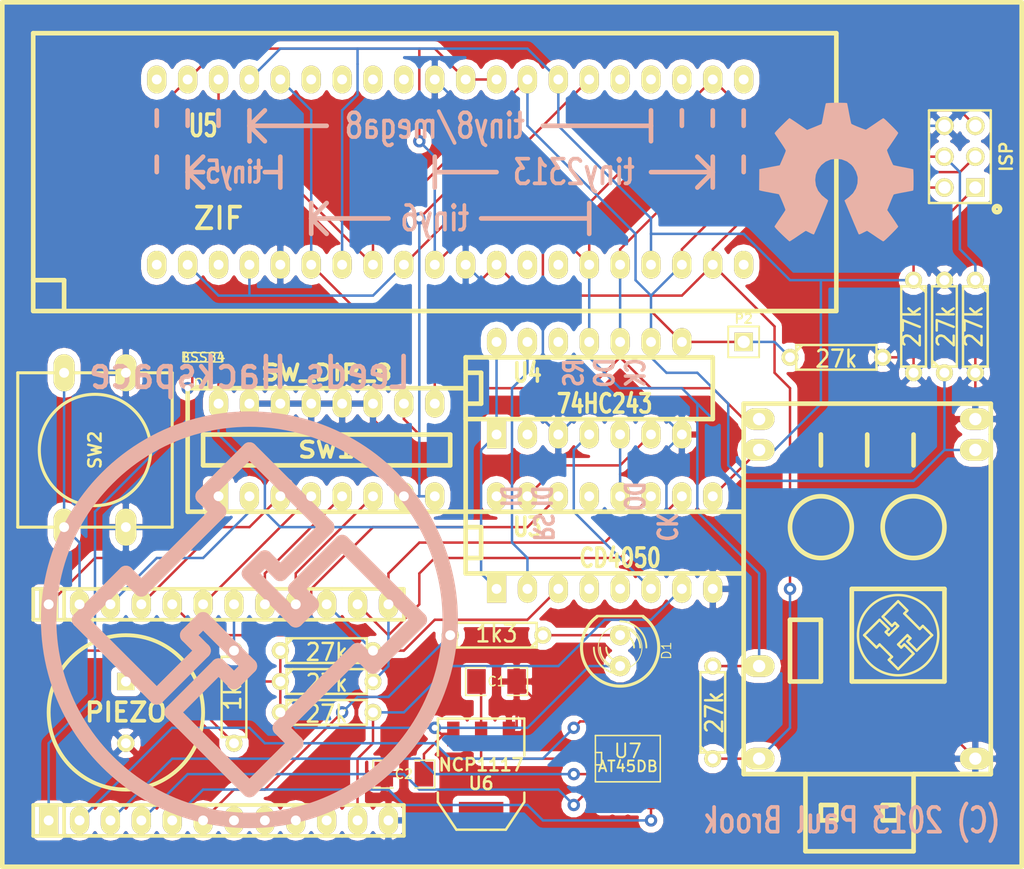
<source format=kicad_pcb>
(kicad_pcb (version 3) (host pcbnew "(2013-jul-07)-stable")
  (layers (15 Front signal) (0 Back signal) (18 B.Paste user) (19 F.Paste user) (20 B.SilkS user) (21 F.SilkS user) (22 B.Mask user hide) (23 F.Mask user hide) (28 Edge.Cuts user))
  (net 0 "")
  (net 1 +3.3V)
  (net 2 +5V)
  (net 3 /CFG1)
  (net 4 /CFG2)
  (net 5 /CFG3)
  (net 6 /CFG4)
  (net 7 /CFG5)
  (net 8 /CFG6)
  (net 9 /MX)
  (net 10 /VCC)
  (net 11 GND)
  (net 12 MISO)
  (net 13 MOSI)
  (net 14 N-0000013)
  (net 15 N-0000014)
  (net 16 N-0000015)
  (net 17 N-0000016)
  (net 18 N-0000017)
  (net 19 N-0000019)
  (net 20 N-0000020)
  (net 21 N-0000024)
  (net 22 N-0000026)
  (net 23 N-0000027)
  (net 24 N-0000028)
  (net 25 N-0000029)
  (net 26 N-000003)
  (net 27 N-0000030)
  (net 28 N-0000052)
  (net 29 N-0000053)
  (net 30 N-0000054)
  (net 31 N-0000055)
  (net 32 RST)
  (net 33 SCK)
  (net 34 Vt)
  (net 35 XCK)
  (module LOGO (layer Back) (at 93.98 39.37)
    (fp_text reference G*** hide)
    (fp_text value LOGO hide)
  )
  (module LOGO_SMALL (layer Front) (at 99.06 77.47)
    (fp_text reference LOGO_SMALL hide)
    (fp_text value VAL** hide)
  )
  (module SIL-12-ELL (layer Front) (at 43.18 74.93)
    (fp_text reference U2 hide)
    (fp_text value MINIMUS hide)
    (pad 1 thru_hole rect (at -13.97 0) (size 1.5748 2.286) (drill 0.8128) (layers *.Cu *.Mask F.SilkS) (net 2 +5V))
    (pad 2 thru_hole oval (at -11.43 0) (size 1.5748 2.286) (drill 0.8128) (layers *.Cu *.Mask F.SilkS) (net 3 /CFG1))
    (pad 3 thru_hole oval (at -8.89 0) (size 1.5748 2.286) (drill 0.8128) (layers *.Cu *.Mask F.SilkS) (net 4 /CFG2))
    (pad 4 thru_hole oval (at -6.35 0) (size 1.5748 2.286) (drill 0.8128) (layers *.Cu *.Mask F.SilkS) (net 5 /CFG3))
    (pad 5 thru_hole oval (at -3.81 0) (size 1.5748 2.286) (drill 0.8128) (layers *.Cu *.Mask F.SilkS) (net 15 N-0000014))
    (pad 6 thru_hole oval (at -1.27 0) (size 1.5748 2.286) (drill 0.8128) (layers *.Cu *.Mask F.SilkS) (net 6 /CFG4))
    (pad 7 thru_hole oval (at 1.27 0) (size 1.5748 2.286) (drill 0.8128) (layers *.Cu *.Mask F.SilkS) (net 26 N-000003))
    (pad 8 thru_hole oval (at 3.81 0) (size 1.5748 2.286) (drill 0.8128) (layers *.Cu *.Mask F.SilkS) (net 7 /CFG5))
    (pad 9 thru_hole oval (at 6.35 0) (size 1.5748 2.286) (drill 0.8128) (layers *.Cu *.Mask F.SilkS) (net 8 /CFG6))
    (pad 10 thru_hole oval (at 8.89 0) (size 1.5748 2.286) (drill 0.8128) (layers *.Cu *.Mask F.SilkS) (net 31 N-0000055))
    (pad 11 thru_hole oval (at 11.43 0) (size 1.5748 2.286) (drill 0.8128) (layers *.Cu *.Mask F.SilkS) (net 27 N-0000030))
    (pad 12 thru_hole oval (at 13.97 0) (size 1.5748 2.286) (drill 0.8128) (layers *.Cu *.Mask F.SilkS) (net 16 N-0000015))
  )
  (module ZIF40-600 (layer Front) (at 60.96 39.37)
    (fp_text reference U5 (at -19.05 -3.81) (layer F.SilkS) (effects (font (size 1.778 1.143) (thickness 0.28702))))
    (fp_text value ZIF (at -17.78 3.81) (layer F.SilkS) (effects (font (size 1.778 1.778) (thickness 0.3048))))
    (pad 1 thru_hole oval (at -22.86 7.62) (size 1.5748 2.286) (drill 0.8128) (layers *.Cu *.Mask F.SilkS))
    (pad 2 thru_hole oval (at -20.32 7.62) (size 1.5748 2.286) (drill 0.8128) (layers *.Cu *.Mask F.SilkS) (net 32 RST))
    (pad 3 thru_hole oval (at -17.78 7.62) (size 1.5748 2.286) (drill 0.8128) (layers *.Cu *.Mask F.SilkS))
    (pad 4 thru_hole oval (at -15.24 7.62) (size 1.5748 2.286) (drill 0.8128) (layers *.Cu *.Mask F.SilkS) (net 32 RST))
    (pad 5 thru_hole oval (at -12.7 7.62) (size 1.5748 2.286) (drill 0.8128) (layers *.Cu *.Mask F.SilkS) (net 11 GND))
    (pad 6 thru_hole oval (at -10.16 7.62) (size 1.5748 2.286) (drill 0.8128) (layers *.Cu *.Mask F.SilkS) (net 13 MOSI))
    (pad 7 thru_hole oval (at -7.62 7.62) (size 1.5748 2.286) (drill 0.8128) (layers *.Cu *.Mask F.SilkS) (net 12 MISO))
    (pad 8 thru_hole oval (at -5.08 7.62) (size 1.5748 2.286) (drill 0.8128) (layers *.Cu *.Mask F.SilkS) (net 33 SCK))
    (pad 9 thru_hole oval (at -2.54 7.62) (size 1.5748 2.286) (drill 0.8128) (layers *.Cu *.Mask F.SilkS) (net 32 RST))
    (pad 10 thru_hole oval (at 0 7.62) (size 1.5748 2.286) (drill 0.8128) (layers *.Cu *.Mask F.SilkS) (net 34 Vt))
    (pad 11 thru_hole oval (at 2.54 7.62) (size 1.5748 2.286) (drill 0.8128) (layers *.Cu *.Mask F.SilkS) (net 11 GND))
    (pad 12 thru_hole oval (at 5.08 7.62) (size 1.5748 2.286) (drill 0.8128) (layers *.Cu *.Mask F.SilkS) (net 35 XCK))
    (pad 13 thru_hole oval (at 7.62 7.62) (size 1.5748 2.286) (drill 0.8128) (layers *.Cu *.Mask F.SilkS))
    (pad 14 thru_hole oval (at 10.16 7.62) (size 1.5748 2.286) (drill 0.8128) (layers *.Cu *.Mask F.SilkS))
    (pad 15 thru_hole oval (at 12.7 7.62) (size 1.5748 2.286) (drill 0.8128) (layers *.Cu *.Mask F.SilkS) (net 32 RST))
    (pad 16 thru_hole oval (at 15.24 7.62) (size 1.5748 2.286) (drill 0.8128) (layers *.Cu *.Mask F.SilkS) (net 13 MOSI))
    (pad 17 thru_hole oval (at 17.78 7.62) (size 1.5748 2.286) (drill 0.8128) (layers *.Cu *.Mask F.SilkS) (net 12 MISO))
    (pad 18 thru_hole oval (at 20.32 7.62) (size 1.5748 2.286) (drill 0.8128) (layers *.Cu *.Mask F.SilkS) (net 33 SCK))
    (pad 19 thru_hole oval (at 22.86 7.62) (size 1.5748 2.286) (drill 0.8128) (layers *.Cu *.Mask F.SilkS) (net 34 Vt))
    (pad 20 thru_hole oval (at 25.4 7.62) (size 1.5748 2.286) (drill 0.8128) (layers *.Cu *.Mask F.SilkS))
    (pad 21 thru_hole oval (at 25.4 -7.62) (size 1.5748 2.286) (drill 0.8128) (layers *.Cu *.Mask F.SilkS))
    (pad 22 thru_hole oval (at 22.86 -7.62) (size 1.5748 2.286) (drill 0.8128) (layers *.Cu *.Mask F.SilkS) (net 32 RST))
    (pad 23 thru_hole oval (at 20.32 -7.62) (size 1.5748 2.286) (drill 0.8128) (layers *.Cu *.Mask F.SilkS))
    (pad 24 thru_hole oval (at 17.78 -7.62) (size 1.5748 2.286) (drill 0.8128) (layers *.Cu *.Mask F.SilkS))
    (pad 25 thru_hole oval (at 15.24 -7.62) (size 1.5748 2.286) (drill 0.8128) (layers *.Cu *.Mask F.SilkS))
    (pad 26 thru_hole oval (at 12.7 -7.62) (size 1.5748 2.286) (drill 0.8128) (layers *.Cu *.Mask F.SilkS) (net 9 /MX))
    (pad 27 thru_hole oval (at 10.16 -7.62) (size 1.5748 2.286) (drill 0.8128) (layers *.Cu *.Mask F.SilkS) (net 12 MISO))
    (pad 28 thru_hole oval (at 7.62 -7.62) (size 1.5748 2.286) (drill 0.8128) (layers *.Cu *.Mask F.SilkS) (net 33 SCK))
    (pad 29 thru_hole oval (at 5.08 -7.62) (size 1.5748 2.286) (drill 0.8128) (layers *.Cu *.Mask F.SilkS) (net 34 Vt))
    (pad 30 thru_hole oval (at 2.54 -7.62) (size 1.5748 2.286) (drill 0.8128) (layers *.Cu *.Mask F.SilkS) (net 34 Vt))
    (pad 31 thru_hole oval (at 0 -7.62) (size 1.5748 2.286) (drill 0.8128) (layers *.Cu *.Mask F.SilkS) (net 11 GND))
    (pad 32 thru_hole oval (at -2.54 -7.62) (size 1.5748 2.286) (drill 0.8128) (layers *.Cu *.Mask F.SilkS))
    (pad 33 thru_hole oval (at -5.08 -7.62) (size 1.5748 2.286) (drill 0.8128) (layers *.Cu *.Mask F.SilkS))
    (pad 34 thru_hole oval (at -7.62 -7.62) (size 1.5748 2.286) (drill 0.8128) (layers *.Cu *.Mask F.SilkS))
    (pad 35 thru_hole oval (at -10.16 -7.62) (size 1.5748 2.286) (drill 0.8128) (layers *.Cu *.Mask F.SilkS))
    (pad 36 thru_hole oval (at -12.7 -7.62) (size 1.5748 2.286) (drill 0.8128) (layers *.Cu *.Mask F.SilkS) (net 13 MOSI))
    (pad 37 thru_hole oval (at -15.24 -7.62) (size 1.5748 2.286) (drill 0.8128) (layers *.Cu *.Mask F.SilkS) (net 12 MISO))
    (pad 38 thru_hole oval (at -17.78 -7.62) (size 1.5748 2.286) (drill 0.8128) (layers *.Cu *.Mask F.SilkS) (net 33 SCK))
    (pad 39 thru_hole oval (at -20.32 -7.62) (size 1.5748 2.286) (drill 0.8128) (layers *.Cu *.Mask F.SilkS) (net 34 Vt))
    (pad 40 thru_hole oval (at -22.86 -7.62) (size 1.5748 2.286) (drill 0.8128) (layers *.Cu *.Mask F.SilkS))
  )
  (module SWDIP8 (layer Front) (at 52.07 62.23)
    (fp_text reference SW1 (at 0 0) (layer F.SilkS) (effects (font (size 1.27 1.524) (thickness 0.3048))))
    (fp_text value SW_DIP_8 (at 0 -6.35) (layer F.SilkS) (effects (font (size 1.27 1.524) (thickness 0.3048))))
    (pad 1 thru_hole rect (at -8.89 3.81) (size 1.5748 2.286) (drill 0.8128) (layers *.Cu *.Mask F.SilkS) (net 2 +5V))
    (pad 2 thru_hole oval (at -6.35 3.81) (size 1.5748 2.286) (drill 0.8128) (layers *.Cu *.Mask F.SilkS) (net 4 /CFG2))
    (pad 3 thru_hole oval (at -3.81 3.81) (size 1.5748 2.286) (drill 0.8128) (layers *.Cu *.Mask F.SilkS) (net 5 /CFG3))
    (pad 4 thru_hole oval (at -1.27 3.81) (size 1.5748 2.286) (drill 0.8128) (layers *.Cu *.Mask F.SilkS) (net 6 /CFG4))
    (pad 5 thru_hole oval (at 1.27 3.81) (size 1.5748 2.286) (drill 0.8128) (layers *.Cu *.Mask F.SilkS) (net 7 /CFG5))
    (pad 6 thru_hole oval (at 3.81 3.81) (size 1.5748 2.286) (drill 0.8128) (layers *.Cu *.Mask F.SilkS) (net 8 /CFG6))
    (pad 7 thru_hole oval (at 6.35 3.81) (size 1.5748 2.286) (drill 0.8128) (layers *.Cu *.Mask F.SilkS) (net 9 /MX))
    (pad 8 thru_hole oval (at 8.89 3.81) (size 1.5748 2.286) (drill 0.8128) (layers *.Cu *.Mask F.SilkS) (net 9 /MX))
    (pad 9 thru_hole oval (at 8.89 -3.81) (size 1.5748 2.286) (drill 0.8128) (layers *.Cu *.Mask F.SilkS) (net 35 XCK))
    (pad 10 thru_hole oval (at 6.35 -3.81) (size 1.5748 2.286) (drill 0.8128) (layers *.Cu *.Mask F.SilkS) (net 13 MOSI))
    (pad 11 thru_hole oval (at 3.81 -3.81) (size 1.5748 2.286) (drill 0.8128) (layers *.Cu *.Mask F.SilkS) (net 11 GND))
    (pad 12 thru_hole oval (at 1.27 -3.81) (size 1.5748 2.286) (drill 0.8128) (layers *.Cu *.Mask F.SilkS) (net 11 GND))
    (pad 13 thru_hole oval (at -1.27 -3.81) (size 1.5748 2.286) (drill 0.8128) (layers *.Cu *.Mask F.SilkS) (net 11 GND))
    (pad 14 thru_hole oval (at -3.81 -3.81) (size 1.5748 2.286) (drill 0.8128) (layers *.Cu *.Mask F.SilkS) (net 11 GND))
    (pad 15 thru_hole oval (at -6.35 -3.81) (size 1.5748 2.286) (drill 0.8128) (layers *.Cu *.Mask F.SilkS) (net 11 GND))
    (pad 16 thru_hole oval (at -8.89 -3.81) (size 1.5748 2.286) (drill 0.8128) (layers *.Cu *.Mask F.SilkS) (net 10 /VCC))
  )
  (module HACKSPACE_LOGO (layer Back) (at 45.72 76.2)
    (fp_text reference HACKSPACE_LOGO hide)
    (fp_text value VAL** hide)
  )
  (module pin_array_3x2 (layer Front) (at 104.14 38.1 90)
    (fp_text reference P1 hide)
    (fp_text value ISP (at 0 3.81 90) (layer F.SilkS) (effects (font (size 1.016 1.016) (thickness 0.2032))))
    (pad 1 thru_hole rect (at -2.54 1.27 90) (size 1.524 1.524) (drill 1.016) (layers *.Cu *.Mask F.SilkS) (net 12 MISO))
    (pad 2 thru_hole circle (at -2.54 -1.27 90) (size 1.524 1.524) (drill 1.016) (layers *.Cu *.Mask F.SilkS) (net 34 Vt))
    (pad 3 thru_hole circle (at 0 1.27 90) (size 1.524 1.524) (drill 1.016) (layers *.Cu *.Mask F.SilkS) (net 33 SCK))
    (pad 4 thru_hole circle (at 0 -1.27 90) (size 1.524 1.524) (drill 1.016) (layers *.Cu *.Mask F.SilkS) (net 13 MOSI))
    (pad 5 thru_hole circle (at 2.54 1.27 90) (size 1.524 1.524) (drill 1.016) (layers *.Cu *.Mask F.SilkS) (net 32 RST))
    (pad 6 thru_hole circle (at 2.54 -1.27 90) (size 1.524 1.524) (drill 1.016) (layers *.Cu *.Mask F.SilkS) (net 11 GND))
  )
  (module BUZ3-5 (layer Front) (at 35.56 83.82 270)
    (fp_text reference X1 hide)
    (fp_text value PIEZO (at 0 0 360) (layer F.SilkS) (effects (font (size 1.524 1.524) (thickness 0.3048))))
    (pad 1 thru_hole rect (at -2.54 0 270) (size 1.4224 1.4224) (drill 0.8128) (layers *.Cu *.Mask F.SilkS) (net 28 N-0000052))
    (pad 2 thru_hole circle (at 2.54 0 270) (size 1.4224 1.4224) (drill 0.8128) (layers *.Cu *.Mask F.SilkS) (net 11 GND))
  )
  (module R3 (layer Front) (at 52.07 78.74)
    (fp_text reference R1 hide)
    (fp_text value 27k (at 0 0.127) (layer F.SilkS) (effects (font (size 1.397 1.27) (thickness 0.2032))))
    (pad 1 thru_hole circle (at -3.81 0) (size 1.397 1.397) (drill 0.8128) (layers *.Cu *.Mask F.SilkS) (net 2 +5V))
    (pad 2 thru_hole circle (at 3.81 0) (size 1.397 1.397) (drill 0.8128) (layers *.Cu *.Mask F.SilkS) (net 31 N-0000055))
  )
  (module R3 (layer Front) (at 52.07 81.28)
    (fp_text reference R2 hide)
    (fp_text value 27k (at 0 0.127) (layer F.SilkS) (effects (font (size 1.397 1.27) (thickness 0.2032))))
    (pad 1 thru_hole circle (at -3.81 0) (size 1.397 1.397) (drill 0.8128) (layers *.Cu *.Mask F.SilkS) (net 2 +5V))
    (pad 2 thru_hole circle (at 3.81 0) (size 1.397 1.397) (drill 0.8128) (layers *.Cu *.Mask F.SilkS) (net 16 N-0000015))
  )
  (module R3 (layer Front) (at 52.07 83.82)
    (fp_text reference R3 hide)
    (fp_text value 27k (at 0 0.127) (layer F.SilkS) (effects (font (size 1.397 1.27) (thickness 0.2032))))
    (pad 1 thru_hole circle (at -3.81 0) (size 1.397 1.397) (drill 0.8128) (layers *.Cu *.Mask F.SilkS) (net 2 +5V))
    (pad 2 thru_hole circle (at 3.81 0) (size 1.397 1.397) (drill 0.8128) (layers *.Cu *.Mask F.SilkS) (net 30 N-0000054))
  )
  (module R3 (layer Front) (at 44.45 82.55 270)
    (fp_text reference R4 hide)
    (fp_text value 1k (at 0 0.127 270) (layer F.SilkS) (effects (font (size 1.397 1.27) (thickness 0.2032))))
    (pad 1 thru_hole circle (at -3.81 0 270) (size 1.397 1.397) (drill 0.8128) (layers *.Cu *.Mask F.SilkS) (net 26 N-000003))
    (pad 2 thru_hole circle (at 3.81 0 270) (size 1.397 1.397) (drill 0.8128) (layers *.Cu *.Mask F.SilkS) (net 28 N-0000052))
  )
  (module SM1206 (layer Front) (at 66.04 81.28)
    (fp_text reference C1 (at 0 0) (layer F.SilkS) (effects (font (size 0.762 0.762) (thickness 0.127))))
    (fp_text value 10u hide)
    (pad 1 smd rect (at -1.651 0) (size 1.524 2.032) (layers Front F.Paste F.Mask) (net 1 +3.3V))
    (pad 2 smd rect (at 1.651 0) (size 1.524 2.032) (layers Front F.Paste F.Mask) (net 11 GND))
  )
  (module POGO (layer Front) (at 87.63 87.63)
    (fp_text reference TP24 hide)
    (fp_text value CONN_1 hide)
    (pad 1 thru_hole oval (at 0 0 90) (size 1.778 2.54) (drill 1.016) (layers *.Cu *.Mask F.SilkS) (net 34 Vt))
  )
  (module POGO (layer Front) (at 87.63 80.01)
    (fp_text reference TP21 hide)
    (fp_text value CONN_1 hide)
    (pad 1 thru_hole oval (at 0 0 90) (size 1.778 2.54) (drill 1.016) (layers *.Cu *.Mask F.SilkS) (net 32 RST))
  )
  (module POGO (layer Front) (at 87.63 62.23)
    (fp_text reference TP13 hide)
    (fp_text value CONN_1 hide)
    (pad 1 thru_hole oval (at 0 0 90) (size 1.778 2.54) (drill 1.016) (layers *.Cu *.Mask F.SilkS) (net 12 MISO))
  )
  (module POGO (layer Front) (at 87.63 59.69)
    (fp_text reference TP12 hide)
    (fp_text value CONN_1 hide)
    (pad 1 thru_hole oval (at 0 0 90) (size 1.778 2.54) (drill 1.016) (layers *.Cu *.Mask F.SilkS) (net 13 MOSI))
  )
  (module POGO (layer Front) (at 105.41 59.69)
    (fp_text reference TP11 hide)
    (fp_text value CONN_1 hide)
    (pad 1 thru_hole oval (at 0 0 90) (size 1.778 2.54) (drill 1.016) (layers *.Cu *.Mask F.SilkS) (net 11 GND))
  )
  (module POGO (layer Front) (at 105.41 62.23)
    (fp_text reference TP10 hide)
    (fp_text value CONN_1 hide)
    (pad 1 thru_hole oval (at 0 0 90) (size 1.778 2.54) (drill 1.016) (layers *.Cu *.Mask F.SilkS) (net 33 SCK))
  )
  (module POGO (layer Front) (at 105.41 87.63)
    (fp_text reference TP1 hide)
    (fp_text value CONN_1 hide)
    (pad 1 thru_hole oval (at 0 0 90) (size 1.778 2.54) (drill 1.016) (layers *.Cu *.Mask F.SilkS) (net 11 GND))
  )
  (module R3 (layer Front) (at 83.82 83.82 90)
    (fp_text reference R5 hide)
    (fp_text value 27k (at 0 0.127 90) (layer F.SilkS) (effects (font (size 1.397 1.27) (thickness 0.2032))))
    (pad 1 thru_hole circle (at -3.81 0 90) (size 1.397 1.397) (drill 0.8128) (layers *.Cu *.Mask F.SilkS) (net 34 Vt))
    (pad 2 thru_hole circle (at 3.81 0 90) (size 1.397 1.397) (drill 0.8128) (layers *.Cu *.Mask F.SilkS) (net 32 RST))
  )
  (module SOT23GDS (layer Front) (at 41.91 54.61 180)
    (fp_text reference Q1 (at 0 -2.159 180) (layer F.SilkS) (effects (font (size 0.762 0.762) (thickness 0.12954))))
    (fp_text value BSS84 (at 0 0 180) (layer F.SilkS) (effects (font (size 0.762 0.762) (thickness 0.12954))))
    (pad S smd rect (at -0.889 -1.016 180) (size 0.9144 0.9144) (layers Front F.Paste F.Mask) (net 10 /VCC))
    (pad G smd rect (at 0.889 -1.016 180) (size 0.9144 0.9144) (layers Front F.Paste F.Mask) (net 17 N-0000016))
    (pad D smd rect (at 0 1.016 180) (size 0.9144 0.9144) (layers Front F.Paste F.Mask) (net 34 Vt))
  )
  (module R3 (layer Front) (at 105.41 52.07 270)
    (fp_text reference R6 hide)
    (fp_text value 27k (at 0 0.127 270) (layer F.SilkS) (effects (font (size 1.397 1.27) (thickness 0.2032))))
    (pad 1 thru_hole circle (at -3.81 0 270) (size 1.397 1.397) (drill 0.8128) (layers *.Cu *.Mask F.SilkS) (net 13 MOSI))
    (pad 2 thru_hole circle (at 3.81 0 270) (size 1.397 1.397) (drill 0.8128) (layers *.Cu *.Mask F.SilkS) (net 11 GND))
  )
  (module R3 (layer Front) (at 102.87 52.07 90)
    (fp_text reference R7 hide)
    (fp_text value 27k (at 0 0.127 90) (layer F.SilkS) (effects (font (size 1.397 1.27) (thickness 0.2032))))
    (pad 1 thru_hole circle (at -3.81 0 90) (size 1.397 1.397) (drill 0.8128) (layers *.Cu *.Mask F.SilkS) (net 33 SCK))
    (pad 2 thru_hole circle (at 3.81 0 90) (size 1.397 1.397) (drill 0.8128) (layers *.Cu *.Mask F.SilkS) (net 11 GND))
  )
  (module R3 (layer Front) (at 100.33 52.07 270)
    (fp_text reference R8 hide)
    (fp_text value 27k (at 0 0.127 270) (layer F.SilkS) (effects (font (size 1.397 1.27) (thickness 0.2032))))
    (pad 1 thru_hole circle (at -3.81 0 270) (size 1.397 1.397) (drill 0.8128) (layers *.Cu *.Mask F.SilkS) (net 12 MISO))
    (pad 2 thru_hole circle (at 3.81 0 270) (size 1.397 1.397) (drill 0.8128) (layers *.Cu *.Mask F.SilkS) (net 11 GND))
  )
  (module SOT223 (layer Front) (at 64.77 88.9 180)
    (fp_text reference U6 (at 0 -0.762 180) (layer F.SilkS) (effects (font (size 1.016 1.016) (thickness 0.2032))))
    (fp_text value NCP1117 (at 0 0.762 180) (layer F.SilkS) (effects (font (size 1.016 1.016) (thickness 0.2032))))
    (pad 4 smd rect (at 0 -3.302 180) (size 3.6576 2.032) (layers Front F.Paste F.Mask))
    (pad 2 smd rect (at 0 3.302 180) (size 1.016 2.032) (layers Front F.Paste F.Mask) (net 1 +3.3V))
    (pad 3 smd rect (at 2.286 3.302 180) (size 1.016 2.032) (layers Front F.Paste F.Mask) (net 2 +5V))
    (pad 1 smd rect (at -2.286 3.302 180) (size 1.016 2.032) (layers Front F.Paste F.Mask) (net 11 GND))
  )
  (module SO8-2 (layer Front) (at 76.2 87.63)
    (fp_text reference U7 (at 0.635 -0.635) (layer F.SilkS) (effects (font (size 1.143 1.143) (thickness 0.1524))))
    (fp_text value AT45DB (at 0.635 0.635) (layer F.SilkS) (effects (font (size 0.889 0.889) (thickness 0.1524))))
    (pad 8 smd rect (at -1.27 -3.067) (size 0.59944 2.2) (layers Front F.Paste F.Mask) (net 20 N-0000020))
    (pad 1 smd rect (at -1.27 3.067) (size 0.59944 2.2) (layers Front F.Paste F.Mask) (net 18 N-0000017))
    (pad 7 smd rect (at 0 -3.067) (size 0.59944 2.2) (layers Front F.Paste F.Mask) (net 11 GND))
    (pad 6 smd rect (at 1.27 -3.067) (size 0.59944 2.2) (layers Front F.Paste F.Mask) (net 1 +3.3V))
    (pad 5 smd rect (at 2.54 -3.067) (size 0.59944 2.2) (layers Front F.Paste F.Mask) (net 1 +3.3V))
    (pad 2 smd rect (at 0 3.067) (size 0.59944 2.2) (layers Front F.Paste F.Mask) (net 25 N-0000029))
    (pad 3 smd rect (at 1.27 3.067) (size 0.59944 2.2) (layers Front F.Paste F.Mask) (net 1 +3.3V))
    (pad 4 smd rect (at 2.54 3.067) (size 0.59944 2.2) (layers Front F.Paste F.Mask) (net 19 N-0000019))
  )
  (module SM1206 (layer Front) (at 58.42 88.9 180)
    (fp_text reference C2 (at 0 0 180) (layer F.SilkS) (effects (font (size 0.762 0.762) (thickness 0.127))))
    (fp_text value 10u hide)
    (pad 1 smd rect (at -1.651 0 180) (size 1.524 2.032) (layers Front F.Paste F.Mask) (net 2 +5V))
    (pad 2 smd rect (at 1.651 0 180) (size 1.524 2.032) (layers Front F.Paste F.Mask) (net 11 GND))
  )
  (module DIP-16__300_ELL (layer Front) (at 74.93 69.85)
    (fp_text reference U3 (at -6.35 -1.27) (layer F.SilkS) (effects (font (size 1.524 1.143) (thickness 0.3048))))
    (fp_text value CD4050 (at 1.27 1.27) (layer F.SilkS) (effects (font (size 1.524 1.143) (thickness 0.3048))))
    (pad 1 thru_hole rect (at -8.89 3.81) (size 1.5748 2.286) (drill 0.8128) (layers *.Cu *.Mask F.SilkS) (net 10 /VCC))
    (pad 2 thru_hole oval (at -6.35 3.81) (size 1.5748 2.286) (drill 0.8128) (layers *.Cu *.Mask F.SilkS) (net 29 N-0000053))
    (pad 3 thru_hole oval (at -3.81 3.81) (size 1.5748 2.286) (drill 0.8128) (layers *.Cu *.Mask F.SilkS) (net 31 N-0000055))
    (pad 4 thru_hole oval (at -1.27 3.81) (size 1.5748 2.286) (drill 0.8128) (layers *.Cu *.Mask F.SilkS))
    (pad 5 thru_hole oval (at 1.27 3.81) (size 1.5748 2.286) (drill 0.8128) (layers *.Cu *.Mask F.SilkS))
    (pad 6 thru_hole oval (at 3.81 3.81) (size 1.5748 2.286) (drill 0.8128) (layers *.Cu *.Mask F.SilkS) (net 14 N-0000013))
    (pad 7 thru_hole oval (at 6.35 3.81) (size 1.5748 2.286) (drill 0.8128) (layers *.Cu *.Mask F.SilkS) (net 30 N-0000054))
    (pad 8 thru_hole oval (at 8.89 3.81) (size 1.5748 2.286) (drill 0.8128) (layers *.Cu *.Mask F.SilkS) (net 11 GND))
    (pad 9 thru_hole oval (at 8.89 -3.81) (size 1.5748 2.286) (drill 0.8128) (layers *.Cu *.Mask F.SilkS) (net 12 MISO))
    (pad 10 thru_hole oval (at 6.35 -3.81) (size 1.5748 2.286) (drill 0.8128) (layers *.Cu *.Mask F.SilkS) (net 27 N-0000030))
    (pad 11 thru_hole oval (at 3.81 -3.81) (size 1.5748 2.286) (drill 0.8128) (layers *.Cu *.Mask F.SilkS) (net 16 N-0000015))
    (pad 12 thru_hole oval (at 1.27 -3.81) (size 1.5748 2.286) (drill 0.8128) (layers *.Cu *.Mask F.SilkS) (net 24 N-0000028))
    (pad 13 thru_hole oval (at -1.27 -3.81) (size 1.5748 2.286) (drill 0.8128) (layers *.Cu *.Mask F.SilkS))
    (pad 14 thru_hole oval (at -3.81 -3.81) (size 1.5748 2.286) (drill 0.8128) (layers *.Cu *.Mask F.SilkS) (net 15 N-0000014))
    (pad 15 thru_hole oval (at -6.35 -3.81) (size 1.5748 2.286) (drill 0.8128) (layers *.Cu *.Mask F.SilkS) (net 23 N-0000027))
    (pad 16 thru_hole oval (at -8.89 -3.81) (size 1.5748 2.286) (drill 0.8128) (layers *.Cu *.Mask F.SilkS))
  )
  (module DIP-14__300_ELL (layer Front) (at 73.66 57.15)
    (fp_text reference U4 (at -5.08 -1.27) (layer F.SilkS) (effects (font (size 1.524 1.143) (thickness 0.3048))))
    (fp_text value 74HC243 (at 1.27 1.27) (layer F.SilkS) (effects (font (size 1.524 1.143) (thickness 0.3048))))
    (pad 1 thru_hole rect (at -7.62 3.81) (size 1.5748 2.286) (drill 0.8128) (layers *.Cu *.Mask F.SilkS) (net 10 /VCC))
    (pad 2 thru_hole oval (at -5.08 3.81) (size 1.5748 2.286) (drill 0.8128) (layers *.Cu *.Mask F.SilkS))
    (pad 3 thru_hole oval (at -2.54 3.81) (size 1.5748 2.286) (drill 0.8128) (layers *.Cu *.Mask F.SilkS) (net 11 GND))
    (pad 4 thru_hole oval (at 0 3.81) (size 1.5748 2.286) (drill 0.8128) (layers *.Cu *.Mask F.SilkS) (net 14 N-0000013))
    (pad 5 thru_hole oval (at 2.54 3.81) (size 1.5748 2.286) (drill 0.8128) (layers *.Cu *.Mask F.SilkS) (net 24 N-0000028))
    (pad 6 thru_hole oval (at 5.08 3.81) (size 1.5748 2.286) (drill 0.8128) (layers *.Cu *.Mask F.SilkS) (net 23 N-0000027))
    (pad 7 thru_hole oval (at 7.62 3.81) (size 1.5748 2.286) (drill 0.8128) (layers *.Cu *.Mask F.SilkS) (net 11 GND))
    (pad 8 thru_hole oval (at 7.62 -3.81) (size 1.5748 2.286) (drill 0.8128) (layers *.Cu *.Mask F.SilkS) (net 35 XCK))
    (pad 9 thru_hole oval (at 5.08 -3.81) (size 1.5748 2.286) (drill 0.8128) (layers *.Cu *.Mask F.SilkS) (net 33 SCK))
    (pad 10 thru_hole oval (at 2.54 -3.81) (size 1.5748 2.286) (drill 0.8128) (layers *.Cu *.Mask F.SilkS) (net 13 MOSI))
    (pad 11 thru_hole oval (at 0 -3.81) (size 1.5748 2.286) (drill 0.8128) (layers *.Cu *.Mask F.SilkS) (net 32 RST))
    (pad 12 thru_hole oval (at -2.54 -3.81) (size 1.5748 2.286) (drill 0.8128) (layers *.Cu *.Mask F.SilkS))
    (pad 13 thru_hole oval (at -5.08 -3.81) (size 1.5748 2.286) (drill 0.8128) (layers *.Cu *.Mask F.SilkS) (net 29 N-0000053))
    (pad 14 thru_hole oval (at -7.62 -3.81) (size 1.5748 2.286) (drill 0.8128) (layers *.Cu *.Mask F.SilkS) (net 10 /VCC))
  )
  (module SIL-12-ELL (layer Front) (at 43.18 92.71)
    (fp_text reference U1 hide)
    (fp_text value MINIMUS hide)
    (pad 1 thru_hole rect (at -13.97 0) (size 1.5748 2.286) (drill 0.8128) (layers *.Cu *.Mask F.SilkS) (net 17 N-0000016))
    (pad 2 thru_hole oval (at -11.43 0) (size 1.5748 2.286) (drill 0.8128) (layers *.Cu *.Mask F.SilkS) (net 20 N-0000020))
    (pad 3 thru_hole oval (at -8.89 0) (size 1.5748 2.286) (drill 0.8128) (layers *.Cu *.Mask F.SilkS) (net 25 N-0000029))
    (pad 4 thru_hole oval (at -6.35 0) (size 1.5748 2.286) (drill 0.8128) (layers *.Cu *.Mask F.SilkS) (net 18 N-0000017))
    (pad 5 thru_hole oval (at -3.81 0) (size 1.5748 2.286) (drill 0.8128) (layers *.Cu *.Mask F.SilkS) (net 19 N-0000019))
    (pad 6 thru_hole oval (at -1.27 0) (size 1.5748 2.286) (drill 0.8128) (layers *.Cu *.Mask F.SilkS) (net 22 N-0000026))
    (pad 7 thru_hole oval (at 1.27 0) (size 1.5748 2.286) (drill 0.8128) (layers *.Cu *.Mask F.SilkS))
    (pad 8 thru_hole oval (at 3.81 0) (size 1.5748 2.286) (drill 0.8128) (layers *.Cu *.Mask F.SilkS))
    (pad 9 thru_hole oval (at 6.35 0) (size 1.5748 2.286) (drill 0.8128) (layers *.Cu *.Mask F.SilkS))
    (pad 10 thru_hole oval (at 8.89 0) (size 1.5748 2.286) (drill 0.8128) (layers *.Cu *.Mask F.SilkS))
    (pad 11 thru_hole oval (at 11.43 0) (size 1.5748 2.286) (drill 0.8128) (layers *.Cu *.Mask F.SilkS) (net 30 N-0000054))
    (pad 12 thru_hole oval (at 13.97 0) (size 1.5748 2.286) (drill 0.8128) (layers *.Cu *.Mask F.SilkS) (net 11 GND))
  )
  (module R3 (layer Front) (at 93.98 54.61)
    (fp_text reference R9 hide)
    (fp_text value 27k (at 0 0.127) (layer F.SilkS) (effects (font (size 1.397 1.27) (thickness 0.2032))))
    (pad 1 thru_hole circle (at -3.81 0) (size 1.397 1.397) (drill 0.8128) (layers *.Cu *.Mask F.SilkS) (net 35 XCK))
    (pad 2 thru_hole circle (at 3.81 0) (size 1.397 1.397) (drill 0.8128) (layers *.Cu *.Mask F.SilkS) (net 11 GND))
  )
  (module R3 (layer Front) (at 66.04 77.47 180)
    (fp_text reference R10 hide)
    (fp_text value 1k3 (at 0 0.127 180) (layer F.SilkS) (effects (font (size 1.397 1.27) (thickness 0.2032))))
    (pad 1 thru_hole circle (at -3.81 0 180) (size 1.397 1.397) (drill 0.8128) (layers *.Cu *.Mask F.SilkS) (net 21 N-0000024))
    (pad 2 thru_hole circle (at 3.81 0 180) (size 1.397 1.397) (drill 0.8128) (layers *.Cu *.Mask F.SilkS) (net 22 N-0000026))
  )
  (module LED-5MM (layer Front) (at 76.2 78.74 90)
    (fp_text reference D1 (at 0 3.81 90) (layer F.SilkS) (effects (font (size 0.762 0.762) (thickness 0.0889))))
    (fp_text value LED hide)
    (pad 1 thru_hole circle (at -1.27 0 90) (size 1.6764 1.6764) (drill 0.8128) (layers *.Cu *.Mask F.SilkS) (net 2 +5V))
    (pad 2 thru_hole circle (at 1.27 0 90) (size 1.6764 1.6764) (drill 0.8128) (layers *.Cu *.Mask F.SilkS) (net 21 N-0000024))
  )
  (module PIN_ARRAY_1 (layer Front) (at 86.36 53.34)
    (fp_text reference P2 (at 0 -1.905) (layer F.SilkS) (effects (font (size 0.762 0.762) (thickness 0.1524))))
    (fp_text value CONN_1 hide)
    (pad 1 thru_hole rect (at 0 0) (size 1.524 1.524) (drill 1.016) (layers *.Cu *.Mask F.SilkS) (net 35 XCK))
  )
  (module SW_PUSH-12mm (layer Front) (at 33.02 62.23 90)
    (fp_text reference SW2 (at 0 0 90) (layer F.SilkS) (effects (font (size 1.016 1.016) (thickness 0.2032))))
    (fp_text value SW_PUSH hide)
    (pad 1 thru_hole oval (at 6.35 -2.54 90) (size 3.048 1.7272) (drill 0.8128) (layers *.Cu *.Mask F.SilkS) (net 3 /CFG1))
    (pad 2 thru_hole oval (at 6.35 2.54 90) (size 3.048 1.7272) (drill 0.8128) (layers *.Cu *.Mask F.SilkS) (net 11 GND))
    (pad 1 thru_hole oval (at -6.35 -2.54 90) (size 3.048 1.7272) (drill 0.8128) (layers *.Cu *.Mask F.SilkS) (net 3 /CFG1))
    (pad 2 thru_hole oval (at -6.35 2.54 90) (size 3.048 1.7272) (drill 0.8128) (layers *.Cu *.Mask F.SilkS) (net 11 GND))
  )
  (gr_text "(C) 2013 Paul Brook" (at 95.25 92.71) (layer B.SilkS) (effects (font (size 2.032 1.524) (thickness 0.3048)) (justify mirror)))
  (gr_text "Leeds Hackspace" (at 45.72 55.88) (layer B.SilkS) (effects (font (size 2.54 2.032) (thickness 0.381)) (justify mirror)))
  (gr_line (start 91.44 95.25) (end 91.44 88.9) (angle 90) (layer F.SilkS) (width 0.381))
  (gr_line (start 100.33 88.9) (end 100.33 95.25) (angle 90) (layer F.SilkS) (width 0.381))
  (gr_line (start 100.33 95.25) (end 91.44 95.25) (angle 90) (layer F.SilkS) (width 0.381))
  (gr_line (start 106.68 88.9) (end 100.33 88.9) (angle 90) (layer F.SilkS) (width 0.381))
  (gr_line (start 86.36 88.9) (end 106.68 88.9) (angle 90) (layer F.SilkS) (width 0.381))
  (gr_line (start 48.26 39.37) (end 46.99 39.37) (angle 90) (layer B.SilkS) (width 0.381))
  (gr_line (start 48.26 40.64) (end 48.26 38.1) (angle 90) (layer B.SilkS) (width 0.381))
  (gr_line (start 92.71 60.96) (end 92.71 63.5) (angle 90) (layer F.SilkS) (width 0.381))
  (gr_line (start 100.33 60.96) (end 100.33 63.5) (angle 90) (layer F.SilkS) (width 0.381))
  (gr_line (start 96.52 60.96) (end 96.52 63.5) (angle 90) (layer F.SilkS) (width 0.381))
  (gr_line (start 99.06 91.44) (end 99.06 92.71) (angle 90) (layer F.SilkS) (width 0.381))
  (gr_line (start 97.79 91.44) (end 99.06 91.44) (angle 90) (layer F.SilkS) (width 0.381))
  (gr_line (start 97.79 92.71) (end 97.79 91.44) (angle 90) (layer F.SilkS) (width 0.381))
  (gr_line (start 93.98 91.44) (end 93.98 92.71) (angle 90) (layer F.SilkS) (width 0.381))
  (gr_line (start 92.71 91.44) (end 93.98 91.44) (angle 90) (layer F.SilkS) (width 0.381))
  (gr_line (start 92.71 91.44) (end 92.71 92.71) (angle 90) (layer F.SilkS) (width 0.381))
  (gr_line (start 90.17 76.2) (end 90.17 81.28) (angle 90) (layer F.SilkS) (width 0.381))
  (gr_line (start 92.71 76.2) (end 90.17 76.2) (angle 90) (layer F.SilkS) (width 0.381))
  (gr_line (start 92.71 81.28) (end 92.71 76.2) (angle 90) (layer F.SilkS) (width 0.381))
  (gr_line (start 102.87 73.66) (end 102.87 81.28) (angle 90) (layer F.SilkS) (width 0.381))
  (gr_line (start 95.25 81.28) (end 102.87 81.28) (angle 90) (layer F.SilkS) (width 0.381))
  (gr_line (start 95.25 73.66) (end 95.25 81.28) (angle 90) (layer F.SilkS) (width 0.381))
  (gr_line (start 102.87 73.66) (end 95.25 73.66) (angle 90) (layer F.SilkS) (width 0.381))
  (gr_line (start 92.71 81.28) (end 90.17 81.28) (angle 90) (layer F.SilkS) (width 0.381))
  (gr_circle (center 92.71 68.58) (end 92.71 71.12) (layer F.SilkS) (width 0.381))
  (gr_circle (center 100.33 68.58) (end 100.33 71.12) (layer F.SilkS) (width 0.381))
  (gr_line (start 92.71 92.71) (end 93.98 92.71) (angle 90) (layer F.SilkS) (width 0.381))
  (gr_line (start 99.06 92.71) (end 97.79 92.71) (angle 90) (layer F.SilkS) (width 0.381))
  (gr_line (start 106.68 58.42) (end 106.68 88.9) (angle 90) (layer F.SilkS) (width 0.381))
  (gr_line (start 86.36 58.42) (end 86.36 88.9) (angle 90) (layer F.SilkS) (width 0.381))
  (gr_line (start 86.36 58.42) (end 106.68 58.42) (angle 90) (layer F.SilkS) (width 0.381))
  (gr_text CK (at 77.47 55.88 90) (layer B.SilkS) (effects (font (size 1.524 1.143) (thickness 0.28575)) (justify mirror)))
  (gr_text DO (at 74.93 55.88 90) (layer B.SilkS) (effects (font (size 1.524 1.143) (thickness 0.28575)) (justify mirror)))
  (gr_text RS (at 72.39 55.88 90) (layer B.SilkS) (effects (font (size 1.524 1.143) (thickness 0.28575)) (justify mirror)))
  (gr_text DI (at 69.85 66.04 90) (layer B.SilkS) (effects (font (size 1.524 1.143) (thickness 0.28575)) (justify mirror)))
  (gr_text DI (at 67.31 66.04 90) (layer B.SilkS) (effects (font (size 1.524 1.143) (thickness 0.28575)) (justify mirror)))
  (gr_text RS (at 69.85 68.58 270) (layer B.SilkS) (effects (font (size 1.524 1.143) (thickness 0.28575)) (justify mirror)))
  (gr_text DO (at 77.47 66.04 90) (layer B.SilkS) (effects (font (size 1.524 1.143) (thickness 0.28575)) (justify mirror)))
  (gr_text CK (at 80.01 68.58 270) (layer B.SilkS) (effects (font (size 1.524 1.143) (thickness 0.28575)) (justify mirror)))
  (gr_line (start 57.15 43.18) (end 50.8 43.18) (angle 90) (layer B.SilkS) (width 0.381))
  (gr_line (start 73.66 43.18) (end 64.77 43.18) (angle 90) (layer B.SilkS) (width 0.381))
  (gr_text tiny6 (at 60.96 43.18) (layer B.SilkS) (effects (font (size 2.032 1.524) (thickness 0.3048)) (justify mirror)))
  (gr_line (start 73.66 44.45) (end 73.66 41.91) (angle 90) (layer B.SilkS) (width 0.381))
  (gr_line (start 50.8 43.18) (end 52.07 44.45) (angle 90) (layer B.SilkS) (width 0.381))
  (gr_line (start 52.07 41.91) (end 50.8 43.18) (angle 90) (layer B.SilkS) (width 0.381))
  (gr_line (start 50.8 41.91) (end 50.8 44.45) (angle 90) (layer B.SilkS) (width 0.381))
  (gr_line (start 78.74 35.56) (end 69.85 35.56) (angle 90) (layer B.SilkS) (width 0.381))
  (gr_line (start 86.36 38.1) (end 86.36 39.37) (angle 90) (layer B.SilkS) (width 0.381))
  (gr_line (start 83.82 39.37) (end 78.74 39.37) (angle 90) (layer B.SilkS) (width 0.381))
  (gr_line (start 66.04 39.37) (end 60.96 39.37) (angle 90) (layer B.SilkS) (width 0.381))
  (gr_line (start 60.96 40.64) (end 60.96 38.1) (angle 90) (layer B.SilkS) (width 0.381))
  (gr_line (start 83.82 39.37) (end 82.55 40.64) (angle 90) (layer B.SilkS) (width 0.381))
  (gr_line (start 82.55 38.1) (end 83.82 39.37) (angle 90) (layer B.SilkS) (width 0.381))
  (gr_line (start 83.82 38.1) (end 83.82 40.64) (angle 90) (layer B.SilkS) (width 0.381))
  (gr_line (start 86.36 34.29) (end 86.36 35.56) (angle 90) (layer B.SilkS) (width 0.381))
  (gr_line (start 83.82 34.29) (end 83.82 35.56) (angle 90) (layer B.SilkS) (width 0.381))
  (gr_line (start 81.28 34.29) (end 81.28 35.56) (angle 90) (layer B.SilkS) (width 0.381))
  (gr_line (start 38.1 39.37) (end 38.1 38.1) (angle 90) (layer B.SilkS) (width 0.381))
  (gr_line (start 38.1 35.56) (end 38.1 34.29) (angle 90) (layer B.SilkS) (width 0.381))
  (gr_line (start 40.64 35.56) (end 40.64 34.29) (angle 90) (layer B.SilkS) (width 0.381))
  (gr_line (start 43.18 35.56) (end 43.18 34.29) (angle 90) (layer B.SilkS) (width 0.381))
  (gr_line (start 41.91 39.37) (end 40.64 39.37) (angle 90) (layer B.SilkS) (width 0.381))
  (gr_line (start 40.64 39.37) (end 41.91 40.64) (angle 90) (layer B.SilkS) (width 0.381))
  (gr_line (start 41.91 38.1) (end 40.64 39.37) (angle 90) (layer B.SilkS) (width 0.381))
  (gr_line (start 40.64 38.1) (end 40.64 40.64) (angle 90) (layer B.SilkS) (width 0.381))
  (gr_line (start 78.74 34.29) (end 78.74 36.83) (angle 90) (layer B.SilkS) (width 0.381))
  (gr_line (start 45.72 35.56) (end 52.07 35.56) (angle 90) (layer B.SilkS) (width 0.381))
  (gr_line (start 45.72 35.56) (end 46.99 34.29) (angle 90) (layer B.SilkS) (width 0.381))
  (gr_line (start 46.99 36.83) (end 45.72 35.56) (angle 90) (layer B.SilkS) (width 0.381))
  (gr_line (start 45.72 34.29) (end 45.72 36.83) (angle 90) (layer B.SilkS) (width 0.381))
  (gr_text tiny2313 (at 72.39 39.37) (layer B.SilkS) (effects (font (size 2.032 1.524) (thickness 0.3048)) (justify mirror)))
  (gr_text tiny5 (at 44.45 39.37) (layer B.SilkS) (effects (font (size 1.778 1.27) (thickness 0.3048)) (justify mirror)))
  (gr_text tiny8/mega8 (at 60.96 35.56) (layer B.SilkS) (effects (font (size 2.032 1.524) (thickness 0.3048)) (justify mirror)))
  (gr_line (start 25.4 96.52) (end 25.4 25.4) (angle 90) (layer F.SilkS) (width 0.381))
  (gr_line (start 109.22 96.52) (end 25.4 96.52) (angle 90) (layer F.SilkS) (width 0.381))
  (gr_line (start 109.22 25.4) (end 109.22 96.52) (angle 90) (layer F.SilkS) (width 0.381))
  (gr_line (start 25.4 25.4) (end 109.22 25.4) (angle 90) (layer F.SilkS) (width 0.381))
  (segment (start 77.47 87.63) (end 64.77 87.63) (width 0.2032) (layer Front) (net 1))
  (segment (start 64.77 87.63) (end 64.77 85.598) (width 0.2032) (layer Front) (net 1))
  (segment (start 77.47 84.563) (end 77.47 87.63) (width 0.2032) (layer Front) (net 1))
  (segment (start 77.47 87.63) (end 77.47 90.697) (width 0.2032) (layer Front) (net 1))
  (segment (start 78.74 84.563) (end 77.47 84.563) (width 0.2032) (layer Front) (net 1))
  (segment (start 64.77 85.598) (end 64.77 81.661) (width 0.2032) (layer Front) (net 1))
  (segment (start 43.18 66.04) (end 41.91 66.04) (width 0.2032) (layer Front) (net 2))
  (segment (start 41.91 66.04) (end 36.83 71.12) (width 0.2032) (layer Front) (net 2))
  (segment (start 29.21 74.93) (end 33.02 71.12) (width 0.2032) (layer Front) (net 2))
  (segment (start 33.02 71.12) (end 36.83 71.12) (width 0.2032) (layer Front) (net 2))
  (segment (start 49.53 85.09) (end 48.26 83.82) (width 0.2032) (layer Back) (net 2))
  (segment (start 62.484 85.598) (end 61.468 85.598) (width 0.2032) (layer Front) (net 2))
  (segment (start 61.468 85.598) (end 60.96 85.09) (width 0.2032) (layer Front) (net 2))
  (segment (start 48.26 78.74) (end 48.26 81.28) (width 0.2032) (layer Front) (net 2))
  (segment (start 48.26 81.28) (end 48.26 83.82) (width 0.2032) (layer Front) (net 2))
  (segment (start 41.91 81.28) (end 48.26 81.28) (width 0.2032) (layer Front) (net 2))
  (segment (start 29.21 76.2) (end 31.75 78.74) (width 0.2032) (layer Front) (net 2))
  (segment (start 31.75 78.74) (end 39.37 78.74) (width 0.2032) (layer Front) (net 2))
  (segment (start 39.37 78.74) (end 41.91 81.28) (width 0.2032) (layer Front) (net 2))
  (segment (start 29.21 74.93) (end 29.21 76.2) (width 0.2032) (layer Front) (net 2))
  (segment (start 62.484 85.598) (end 61.722 85.598) (width 0.2032) (layer Front) (net 2))
  (segment (start 60.071 87.249) (end 60.071 88.9) (width 0.2032) (layer Front) (net 2))
  (segment (start 61.722 85.598) (end 60.071 87.249) (width 0.2032) (layer Front) (net 2))
  (segment (start 76.2 80.01) (end 73.66 80.01) (width 0.2032) (layer Back) (net 2))
  (segment (start 68.58 85.09) (end 60.96 85.09) (width 0.2032) (layer Back) (net 2))
  (segment (start 73.66 80.01) (end 68.58 85.09) (width 0.2032) (layer Back) (net 2))
  (segment (start 60.96 85.09) (end 49.53 85.09) (width 0.2032) (layer Back) (net 2))
  (via (at 60.96 85.09) (size 1.016) (layers Front Back) (net 2))
  (segment (start 31.75 74.93) (end 31.75 69.85) (width 0.2032) (layer Back) (net 3))
  (segment (start 31.75 69.85) (end 30.48 68.58) (width 0.2032) (layer Back) (net 3))
  (segment (start 30.48 55.88) (end 30.48 68.58) (width 0.2032) (layer Back) (net 3))
  (segment (start 45.72 66.04) (end 45.72 67.31) (width 0.2032) (layer Back) (net 4))
  (segment (start 38.1 71.12) (end 34.29 74.93) (width 0.2032) (layer Back) (net 4))
  (segment (start 41.91 71.12) (end 38.1 71.12) (width 0.2032) (layer Back) (net 4))
  (segment (start 45.72 67.31) (end 41.91 71.12) (width 0.2032) (layer Back) (net 4))
  (segment (start 36.83 74.93) (end 43.18 68.58) (width 0.2032) (layer Front) (net 5))
  (segment (start 45.72 68.58) (end 48.26 66.04) (width 0.2032) (layer Front) (net 5))
  (segment (start 43.18 68.58) (end 45.72 68.58) (width 0.2032) (layer Front) (net 5))
  (segment (start 50.8 66.04) (end 46.99 69.85) (width 0.2032) (layer Front) (net 6))
  (segment (start 46.99 69.85) (end 41.91 74.93) (width 0.2032) (layer Front) (net 6))
  (segment (start 46.99 74.93) (end 46.99 72.39) (width 0.2032) (layer Front) (net 7))
  (segment (start 46.99 72.39) (end 53.34 66.04) (width 0.2032) (layer Front) (net 7))
  (segment (start 49.53 74.93) (end 49.53 72.39) (width 0.2032) (layer Front) (net 8))
  (segment (start 49.53 72.39) (end 55.88 66.04) (width 0.2032) (layer Front) (net 8))
  (segment (start 59.69 66.04) (end 59.69 50.8) (width 0.2032) (layer Back) (net 9))
  (segment (start 63.5 39.37) (end 66.04 39.37) (width 0.2032) (layer Front) (net 9))
  (segment (start 66.04 39.37) (end 73.66 31.75) (width 0.2032) (layer Front) (net 9))
  (segment (start 59.69 43.18) (end 63.5 39.37) (width 0.2032) (layer Front) (net 9))
  (segment (start 59.69 45.72) (end 59.69 43.18) (width 0.2032) (layer Back) (net 9))
  (via (at 59.69 43.18) (size 1.016) (layers Front Back) (net 9))
  (segment (start 59.69 50.8) (end 59.69 45.72) (width 0.2032) (layer Back) (net 9))
  (segment (start 58.42 66.04) (end 59.69 66.04) (width 0.2032) (layer Back) (net 9))
  (segment (start 59.69 66.04) (end 60.96 66.04) (width 0.2032) (layer Back) (net 9))
  (segment (start 43.18 60.96) (end 46.99 64.77) (width 0.2032) (layer Back) (net 10))
  (segment (start 46.99 67.31) (end 48.26 68.58) (width 0.2032) (layer Back) (net 10))
  (segment (start 46.99 64.77) (end 46.99 67.31) (width 0.2032) (layer Back) (net 10))
  (segment (start 43.18 58.42) (end 43.18 60.96) (width 0.2032) (layer Back) (net 10))
  (segment (start 48.26 68.58) (end 64.77 68.58) (width 0.2032) (layer Back) (net 10))
  (segment (start 43.18 58.42) (end 43.18 56.007) (width 0.2032) (layer Front) (net 10))
  (segment (start 43.18 56.007) (end 42.799 55.626) (width 0.2032) (layer Front) (net 10))
  (segment (start 66.04 60.96) (end 64.77 62.23) (width 0.2032) (layer Back) (net 10))
  (segment (start 64.77 62.23) (end 64.77 68.58) (width 0.2032) (layer Back) (net 10))
  (segment (start 64.77 72.39) (end 66.04 73.66) (width 0.2032) (layer Back) (net 10))
  (segment (start 64.77 68.58) (end 64.77 72.39) (width 0.2032) (layer Back) (net 10))
  (segment (start 66.04 60.96) (end 66.04 53.34) (width 0.2032) (layer Back) (net 10))
  (segment (start 63.5 46.99) (end 67.31 50.8) (width 0.2032) (layer Back) (net 11))
  (segment (start 69.85 59.69) (end 71.12 60.96) (width 0.2032) (layer Back) (net 11))
  (segment (start 69.85 52.07) (end 69.85 59.69) (width 0.2032) (layer Back) (net 11))
  (segment (start 68.58 50.8) (end 69.85 52.07) (width 0.2032) (layer Back) (net 11))
  (segment (start 67.31 50.8) (end 68.58 50.8) (width 0.2032) (layer Back) (net 11))
  (segment (start 50.8 58.42) (end 48.26 58.42) (width 0.2032) (layer Front) (net 11))
  (segment (start 48.26 46.99) (end 48.26 58.42) (width 0.2032) (layer Front) (net 11))
  (segment (start 35.56 60.96) (end 35.56 68.58) (width 0.2032) (layer Front) (net 11))
  (segment (start 45.72 58.42) (end 43.18 60.96) (width 0.2032) (layer Front) (net 11))
  (segment (start 35.56 60.96) (end 35.56 55.88) (width 0.2032) (layer Front) (net 11))
  (segment (start 43.18 60.96) (end 35.56 60.96) (width 0.2032) (layer Front) (net 11))
  (segment (start 48.26 58.42) (end 45.72 58.42) (width 0.2032) (layer Front) (net 11))
  (segment (start 53.34 58.42) (end 50.8 58.42) (width 0.2032) (layer Front) (net 11))
  (segment (start 55.88 58.42) (end 53.34 58.42) (width 0.2032) (layer Front) (net 11))
  (segment (start 85.09 82.55) (end 102.87 82.55) (width 0.2032) (layer Front) (net 11))
  (segment (start 83.82 76.2) (end 77.47 82.55) (width 0.2032) (layer Front) (net 11))
  (segment (start 80.01 82.55) (end 85.09 82.55) (width 0.2032) (layer Front) (net 11))
  (segment (start 55.88 58.42) (end 55.88 59.69) (width 0.2032) (layer Front) (net 11))
  (segment (start 58.42 62.23) (end 55.88 59.69) (width 0.2032) (layer Front) (net 11))
  (segment (start 62.23 62.23) (end 58.42 62.23) (width 0.2032) (layer Front) (net 11))
  (segment (start 68.58 58.42) (end 66.04 58.42) (width 0.2032) (layer Front) (net 11))
  (segment (start 66.04 58.42) (end 62.23 62.23) (width 0.2032) (layer Front) (net 11))
  (segment (start 68.58 58.42) (end 71.12 60.96) (width 0.2032) (layer Front) (net 11))
  (segment (start 81.28 60.96) (end 78.74 58.42) (width 0.2032) (layer Back) (net 11))
  (segment (start 78.74 58.42) (end 73.66 58.42) (width 0.2032) (layer Back) (net 11))
  (segment (start 73.66 58.42) (end 71.12 60.96) (width 0.2032) (layer Back) (net 11))
  (segment (start 83.82 73.66) (end 83.82 71.12) (width 0.2032) (layer Back) (net 11))
  (segment (start 80.01 62.23) (end 81.28 60.96) (width 0.2032) (layer Back) (net 11))
  (segment (start 80.01 67.31) (end 80.01 62.23) (width 0.2032) (layer Back) (net 11))
  (segment (start 83.82 71.12) (end 80.01 67.31) (width 0.2032) (layer Back) (net 11))
  (segment (start 83.82 73.66) (end 83.82 76.2) (width 0.2032) (layer Front) (net 11))
  (segment (start 76.2 82.55) (end 77.47 82.55) (width 0.2032) (layer Front) (net 11))
  (segment (start 77.47 82.55) (end 80.01 82.55) (width 0.2032) (layer Front) (net 11))
  (segment (start 67.691 81.28) (end 67.691 78.74) (width 0.2032) (layer Front) (net 11))
  (segment (start 67.691 78.74) (end 67.31 78.74) (width 0.2032) (layer Front) (net 11))
  (segment (start 76.2 82.55) (end 68.961 82.55) (width 0.2032) (layer Front) (net 11))
  (segment (start 68.961 82.55) (end 67.691 81.28) (width 0.2032) (layer Front) (net 11))
  (segment (start 97.79 54.61) (end 100.33 54.61) (width 0.2032) (layer Front) (net 11))
  (segment (start 35.56 86.36) (end 36.83 87.63) (width 0.2032) (layer Front) (net 11))
  (segment (start 46.99 87.63) (end 52.07 82.55) (width 0.2032) (layer Front) (net 11))
  (segment (start 36.83 87.63) (end 46.99 87.63) (width 0.2032) (layer Front) (net 11))
  (segment (start 58.42 83.82) (end 57.15 82.55) (width 0.2032) (layer Front) (net 11))
  (segment (start 57.15 82.55) (end 52.07 82.55) (width 0.2032) (layer Front) (net 11))
  (segment (start 67.31 78.74) (end 63.5 78.74) (width 0.2032) (layer Front) (net 11))
  (segment (start 58.42 83.82) (end 63.5 78.74) (width 0.2032) (layer Front) (net 11))
  (segment (start 67.691 81.28) (end 67.691 84.963) (width 0.2032) (layer Front) (net 11))
  (segment (start 67.691 84.963) (end 67.056 85.598) (width 0.2032) (layer Front) (net 11))
  (segment (start 56.769 88.9) (end 56.769 88.011) (width 0.2032) (layer Front) (net 11))
  (segment (start 58.42 86.36) (end 58.42 83.82) (width 0.2032) (layer Front) (net 11))
  (segment (start 56.769 88.011) (end 58.42 86.36) (width 0.2032) (layer Front) (net 11))
  (segment (start 57.15 92.71) (end 57.15 89.281) (width 0.2032) (layer Front) (net 11))
  (segment (start 57.15 89.281) (end 56.769 88.9) (width 0.2032) (layer Front) (net 11))
  (segment (start 76.2 84.563) (end 76.2 82.55) (width 0.2032) (layer Front) (net 11))
  (segment (start 102.87 48.26) (end 100.33 45.72) (width 0.2032) (layer Back) (net 11))
  (segment (start 101.6 35.56) (end 102.87 35.56) (width 0.2032) (layer Back) (net 11))
  (segment (start 100.33 36.83) (end 101.6 35.56) (width 0.2032) (layer Back) (net 11))
  (segment (start 100.33 45.72) (end 100.33 36.83) (width 0.2032) (layer Back) (net 11))
  (segment (start 100.33 55.88) (end 100.33 54.61) (width 0.2032) (layer Front) (net 11))
  (segment (start 100.33 54.61) (end 100.33 50.8) (width 0.2032) (layer Front) (net 11))
  (segment (start 100.33 50.8) (end 102.87 48.26) (width 0.2032) (layer Front) (net 11))
  (segment (start 105.41 55.88) (end 105.41 50.8) (width 0.2032) (layer Front) (net 11))
  (segment (start 105.41 50.8) (end 102.87 48.26) (width 0.2032) (layer Front) (net 11))
  (segment (start 105.41 59.69) (end 105.41 55.88) (width 0.2032) (layer Front) (net 11))
  (segment (start 105.41 59.69) (end 104.14 59.69) (width 0.2032) (layer Front) (net 11))
  (segment (start 104.14 59.69) (end 102.87 60.96) (width 0.2032) (layer Front) (net 11))
  (segment (start 102.87 60.96) (end 102.87 82.55) (width 0.2032) (layer Front) (net 11))
  (segment (start 102.87 82.55) (end 102.87 83.82) (width 0.2032) (layer Front) (net 11))
  (segment (start 102.87 83.82) (end 102.87 85.09) (width 0.2032) (layer Front) (net 11))
  (segment (start 102.87 85.09) (end 105.41 87.63) (width 0.2032) (layer Front) (net 11))
  (segment (start 63.5 46.99) (end 63.5 34.29) (width 0.2032) (layer Back) (net 11))
  (segment (start 63.5 34.29) (end 60.96 31.75) (width 0.2032) (layer Back) (net 11))
  (segment (start 90.17 60.96) (end 92.71 58.42) (width 0.2032) (layer Back) (net 12))
  (segment (start 92.71 58.42) (end 92.71 48.26) (width 0.2032) (layer Back) (net 12))
  (segment (start 100.33 45.72) (end 100.33 48.26) (width 0.2032) (layer Front) (net 12))
  (segment (start 54.61 30.48) (end 54.61 29.21) (width 0.2032) (layer Back) (net 12))
  (segment (start 69.85 30.48) (end 68.58 29.21) (width 0.2032) (layer Back) (net 12))
  (segment (start 68.58 29.21) (end 54.61 29.21) (width 0.2032) (layer Back) (net 12))
  (segment (start 48.26 29.21) (end 46.99 30.48) (width 0.2032) (layer Back) (net 12))
  (segment (start 54.61 29.21) (end 48.26 29.21) (width 0.2032) (layer Back) (net 12))
  (segment (start 100.33 48.26) (end 92.71 48.26) (width 0.2032) (layer Back) (net 12))
  (segment (start 92.71 48.26) (end 90.17 48.26) (width 0.2032) (layer Back) (net 12))
  (segment (start 100.33 45.72) (end 105.41 40.64) (width 0.2032) (layer Front) (net 12))
  (segment (start 83.82 66.04) (end 87.63 62.23) (width 0.2032) (layer Front) (net 12))
  (segment (start 78.74 44.45) (end 78.74 46.99) (width 0.2032) (layer Back) (net 12))
  (segment (start 71.12 31.75) (end 69.85 30.48) (width 0.2032) (layer Back) (net 12))
  (segment (start 87.63 45.72) (end 86.36 44.45) (width 0.2032) (layer Back) (net 12))
  (segment (start 88.9 62.23) (end 90.17 60.96) (width 0.2032) (layer Back) (net 12))
  (segment (start 87.63 62.23) (end 88.9 62.23) (width 0.2032) (layer Back) (net 12))
  (segment (start 87.63 45.72) (end 90.17 48.26) (width 0.2032) (layer Back) (net 12))
  (segment (start 86.36 44.45) (end 78.74 44.45) (width 0.2032) (layer Back) (net 12))
  (segment (start 71.12 31.75) (end 71.12 35.56) (width 0.2032) (layer Back) (net 12))
  (segment (start 78.74 43.18) (end 78.74 44.45) (width 0.2032) (layer Back) (net 12))
  (segment (start 71.12 35.56) (end 78.74 43.18) (width 0.2032) (layer Back) (net 12))
  (segment (start 46.99 30.48) (end 45.72 31.75) (width 0.2032) (layer Back) (net 12))
  (segment (start 54.61 33.02) (end 54.61 30.48) (width 0.2032) (layer Back) (net 12))
  (segment (start 53.34 46.99) (end 53.34 34.29) (width 0.2032) (layer Back) (net 12))
  (segment (start 53.34 34.29) (end 54.61 33.02) (width 0.2032) (layer Back) (net 12))
  (segment (start 58.42 58.42) (end 58.42 54.61) (width 0.2032) (layer Front) (net 13))
  (segment (start 58.42 54.61) (end 50.8 46.99) (width 0.2032) (layer Front) (net 13))
  (segment (start 76.2 54.61) (end 73.66 57.15) (width 0.2032) (layer Front) (net 13))
  (segment (start 58.42 59.69) (end 58.42 58.42) (width 0.2032) (layer Front) (net 13))
  (segment (start 59.69 60.96) (end 58.42 59.69) (width 0.2032) (layer Front) (net 13))
  (segment (start 60.96 60.96) (end 59.69 60.96) (width 0.2032) (layer Front) (net 13))
  (segment (start 64.77 57.15) (end 60.96 60.96) (width 0.2032) (layer Front) (net 13))
  (segment (start 73.66 57.15) (end 64.77 57.15) (width 0.2032) (layer Front) (net 13))
  (segment (start 104.14 45.72) (end 105.41 46.99) (width 0.2032) (layer Back) (net 13))
  (segment (start 105.41 46.99) (end 105.41 48.26) (width 0.2032) (layer Back) (net 13))
  (segment (start 102.87 38.1) (end 104.14 39.37) (width 0.2032) (layer Back) (net 13))
  (segment (start 104.14 39.37) (end 104.14 45.72) (width 0.2032) (layer Back) (net 13))
  (segment (start 76.2 54.61) (end 78.74 57.15) (width 0.2032) (layer Front) (net 13))
  (segment (start 83.82 57.15) (end 86.36 59.69) (width 0.2032) (layer Front) (net 13))
  (segment (start 86.36 59.69) (end 87.63 59.69) (width 0.2032) (layer Front) (net 13))
  (segment (start 78.74 57.15) (end 83.82 57.15) (width 0.2032) (layer Front) (net 13))
  (segment (start 76.2 53.34) (end 76.2 54.61) (width 0.2032) (layer Front) (net 13))
  (segment (start 76.2 46.99) (end 76.2 53.34) (width 0.2032) (layer Back) (net 13))
  (segment (start 76.2 46.99) (end 76.2 45.72) (width 0.2032) (layer Front) (net 13))
  (segment (start 83.82 38.1) (end 102.87 38.1) (width 0.2032) (layer Front) (net 13))
  (segment (start 50.8 46.99) (end 50.8 34.29) (width 0.2032) (layer Back) (net 13))
  (segment (start 50.8 34.29) (end 48.26 31.75) (width 0.2032) (layer Back) (net 13))
  (segment (start 76.2 45.72) (end 83.82 38.1) (width 0.2032) (layer Front) (net 13))
  (segment (start 73.66 60.96) (end 72.39 62.23) (width 0.2032) (layer Back) (net 14))
  (segment (start 72.39 62.23) (end 72.39 67.31) (width 0.2032) (layer Back) (net 14))
  (segment (start 72.39 67.31) (end 78.74 73.66) (width 0.2032) (layer Back) (net 14))
  (segment (start 50.8 76.2) (end 49.53 77.47) (width 0.2032) (layer Front) (net 15))
  (segment (start 41.91 77.47) (end 40.64 76.2) (width 0.2032) (layer Front) (net 15))
  (segment (start 49.53 77.47) (end 41.91 77.47) (width 0.2032) (layer Front) (net 15))
  (segment (start 68.58 68.58) (end 71.12 66.04) (width 0.2032) (layer Front) (net 15))
  (segment (start 55.88 68.58) (end 68.58 68.58) (width 0.2032) (layer Front) (net 15))
  (segment (start 50.8 73.66) (end 55.88 68.58) (width 0.2032) (layer Front) (net 15))
  (segment (start 50.8 76.2) (end 50.8 73.66) (width 0.2032) (layer Front) (net 15))
  (segment (start 39.37 74.93) (end 40.64 76.2) (width 0.2032) (layer Front) (net 15))
  (segment (start 57.15 72.39) (end 57.15 74.93) (width 0.2032) (layer Front) (net 16))
  (segment (start 59.69 69.85) (end 57.15 72.39) (width 0.2032) (layer Front) (net 16))
  (segment (start 57.15 74.93) (end 57.15 80.01) (width 0.2032) (layer Back) (net 16))
  (segment (start 57.15 80.01) (end 55.88 81.28) (width 0.2032) (layer Back) (net 16))
  (segment (start 74.93 69.85) (end 78.74 66.04) (width 0.2032) (layer Front) (net 16))
  (segment (start 59.69 69.85) (end 74.93 69.85) (width 0.2032) (layer Front) (net 16))
  (segment (start 31.75 83.82) (end 33.02 82.55) (width 0.2032) (layer Back) (net 17))
  (segment (start 33.02 67.31) (end 40.64 59.69) (width 0.2032) (layer Back) (net 17))
  (segment (start 33.02 82.55) (end 33.02 67.31) (width 0.2032) (layer Back) (net 17))
  (via (at 40.64 57.15) (size 1.016) (layers Front Back) (net 17))
  (segment (start 41.021 55.626) (end 41.021 56.769) (width 0.2032) (layer Front) (net 17))
  (segment (start 41.021 56.769) (end 40.64 57.15) (width 0.2032) (layer Front) (net 17))
  (segment (start 40.64 59.69) (end 40.64 57.15) (width 0.2032) (layer Back) (net 17))
  (segment (start 29.21 92.71) (end 29.21 86.36) (width 0.2032) (layer Back) (net 17))
  (segment (start 29.21 86.36) (end 31.75 83.82) (width 0.2032) (layer Back) (net 17))
  (segment (start 36.83 92.71) (end 40.64 88.9) (width 0.2032) (layer Back) (net 18))
  (segment (start 59.69 90.17) (end 58.42 88.9) (width 0.2032) (layer Back) (net 18))
  (segment (start 58.42 88.9) (end 40.64 88.9) (width 0.2032) (layer Back) (net 18))
  (segment (start 74.93 90.697) (end 73.133 90.697) (width 0.2032) (layer Front) (net 18))
  (segment (start 71.12 90.17) (end 59.69 90.17) (width 0.2032) (layer Back) (net 18))
  (segment (start 72.39 91.44) (end 71.12 90.17) (width 0.2032) (layer Back) (net 18))
  (via (at 72.39 91.44) (size 1.016) (layers Front Back) (net 18))
  (segment (start 73.133 90.697) (end 72.39 91.44) (width 0.2032) (layer Front) (net 18))
  (segment (start 39.37 92.71) (end 41.91 90.17) (width 0.2032) (layer Back) (net 19))
  (segment (start 58.42 91.44) (end 57.15 90.17) (width 0.2032) (layer Back) (net 19))
  (segment (start 57.15 90.17) (end 41.91 90.17) (width 0.2032) (layer Back) (net 19))
  (segment (start 78.74 90.697) (end 78.74 92.71) (width 0.2032) (layer Front) (net 19))
  (segment (start 68.58 91.44) (end 58.42 91.44) (width 0.2032) (layer Back) (net 19))
  (segment (start 69.85 92.71) (end 68.58 91.44) (width 0.2032) (layer Back) (net 19))
  (segment (start 78.74 92.71) (end 69.85 92.71) (width 0.2032) (layer Back) (net 19))
  (via (at 78.74 92.71) (size 1.016) (layers Front Back) (net 19))
  (segment (start 31.75 92.71) (end 39.37 85.09) (width 0.2032) (layer Back) (net 20))
  (segment (start 59.69 86.36) (end 46.99 86.36) (width 0.2032) (layer Back) (net 20))
  (segment (start 46.99 86.36) (end 45.72 85.09) (width 0.2032) (layer Back) (net 20))
  (segment (start 62.23 87.63) (end 60.96 86.36) (width 0.2032) (layer Back) (net 20))
  (segment (start 60.96 86.36) (end 59.69 86.36) (width 0.2032) (layer Back) (net 20))
  (segment (start 45.72 85.09) (end 39.37 85.09) (width 0.2032) (layer Back) (net 20))
  (segment (start 74.93 84.563) (end 72.917 84.563) (width 0.2032) (layer Front) (net 20))
  (segment (start 69.85 87.63) (end 62.23 87.63) (width 0.2032) (layer Back) (net 20))
  (segment (start 72.39 85.09) (end 69.85 87.63) (width 0.2032) (layer Back) (net 20))
  (via (at 72.39 85.09) (size 1.016) (layers Front Back) (net 20))
  (segment (start 72.917 84.563) (end 72.39 85.09) (width 0.2032) (layer Front) (net 20))
  (segment (start 69.85 77.47) (end 76.2 77.47) (width 0.2032) (layer Front) (net 21))
  (segment (start 62.23 77.47) (end 57.15 82.55) (width 0.2032) (layer Back) (net 22))
  (segment (start 44.45 90.17) (end 41.91 92.71) (width 0.2032) (layer Front) (net 22))
  (segment (start 46.99 90.17) (end 44.45 90.17) (width 0.2032) (layer Front) (net 22))
  (segment (start 53.34 83.82) (end 46.99 90.17) (width 0.2032) (layer Front) (net 22))
  (via (at 53.34 83.82) (size 1.016) (layers Front Back) (net 22))
  (segment (start 54.61 82.55) (end 53.34 83.82) (width 0.2032) (layer Back) (net 22))
  (segment (start 57.15 82.55) (end 54.61 82.55) (width 0.2032) (layer Back) (net 22))
  (segment (start 68.58 66.04) (end 71.12 63.5) (width 0.2032) (layer Front) (net 23))
  (segment (start 76.2 63.5) (end 78.74 60.96) (width 0.2032) (layer Front) (net 23))
  (segment (start 71.12 63.5) (end 76.2 63.5) (width 0.2032) (layer Front) (net 23))
  (segment (start 76.2 60.96) (end 76.2 66.04) (width 0.2032) (layer Back) (net 24))
  (segment (start 34.29 92.71) (end 39.37 87.63) (width 0.2032) (layer Back) (net 25))
  (segment (start 60.96 88.9) (end 59.69 87.63) (width 0.2032) (layer Back) (net 25))
  (segment (start 59.69 87.63) (end 58.42 87.63) (width 0.2032) (layer Back) (net 25))
  (segment (start 58.42 87.63) (end 39.37 87.63) (width 0.2032) (layer Back) (net 25))
  (segment (start 76.2 90.697) (end 76.2 88.9) (width 0.2032) (layer Front) (net 25))
  (segment (start 76.2 88.9) (end 72.39 88.9) (width 0.2032) (layer Front) (net 25))
  (via (at 72.39 88.9) (size 1.016) (layers Front Back) (net 25))
  (segment (start 72.39 88.9) (end 60.96 88.9) (width 0.2032) (layer Back) (net 25))
  (segment (start 44.45 78.74) (end 44.45 74.93) (width 0.2032) (layer Back) (net 26))
  (segment (start 55.88 76.2) (end 57.15 77.47) (width 0.2032) (layer Front) (net 27))
  (segment (start 57.15 77.47) (end 58.42 76.2) (width 0.2032) (layer Front) (net 27))
  (segment (start 54.61 74.93) (end 55.88 76.2) (width 0.2032) (layer Front) (net 27))
  (segment (start 76.2 71.12) (end 81.28 66.04) (width 0.2032) (layer Front) (net 27))
  (segment (start 58.42 76.2) (end 59.69 74.93) (width 0.2032) (layer Front) (net 27))
  (segment (start 59.69 74.93) (end 59.69 72.39) (width 0.2032) (layer Front) (net 27))
  (segment (start 59.69 72.39) (end 60.96 71.12) (width 0.2032) (layer Front) (net 27))
  (segment (start 60.96 71.12) (end 76.2 71.12) (width 0.2032) (layer Front) (net 27))
  (segment (start 35.56 81.28) (end 39.37 81.28) (width 0.2032) (layer Front) (net 28))
  (segment (start 39.37 81.28) (end 44.45 86.36) (width 0.2032) (layer Front) (net 28))
  (segment (start 68.58 73.66) (end 68.58 71.12) (width 0.2032) (layer Back) (net 29))
  (segment (start 68.58 55.88) (end 68.58 53.34) (width 0.2032) (layer Back) (net 29))
  (segment (start 67.31 57.15) (end 68.58 55.88) (width 0.2032) (layer Back) (net 29))
  (segment (start 67.31 69.85) (end 67.31 57.15) (width 0.2032) (layer Back) (net 29))
  (segment (start 68.58 71.12) (end 67.31 69.85) (width 0.2032) (layer Back) (net 29))
  (segment (start 81.28 73.66) (end 78.74 76.2) (width 0.2032) (layer Back) (net 30))
  (segment (start 78.74 76.2) (end 77.47 76.2) (width 0.2032) (layer Back) (net 30))
  (segment (start 55.88 83.82) (end 58.42 83.82) (width 0.2032) (layer Back) (net 30))
  (segment (start 58.42 83.82) (end 62.23 80.01) (width 0.2032) (layer Back) (net 30))
  (segment (start 74.93 76.2) (end 71.12 80.01) (width 0.2032) (layer Back) (net 30))
  (segment (start 71.12 80.01) (end 62.23 80.01) (width 0.2032) (layer Back) (net 30))
  (segment (start 77.47 76.2) (end 74.93 76.2) (width 0.2032) (layer Back) (net 30))
  (segment (start 55.88 86.36) (end 55.88 83.82) (width 0.2032) (layer Front) (net 30))
  (segment (start 54.61 92.71) (end 54.61 87.63) (width 0.2032) (layer Front) (net 30))
  (segment (start 54.61 87.63) (end 55.88 86.36) (width 0.2032) (layer Front) (net 30))
  (segment (start 60.96 76.2) (end 68.58 76.2) (width 0.2032) (layer Front) (net 31))
  (segment (start 55.88 78.74) (end 58.42 78.74) (width 0.2032) (layer Front) (net 31))
  (segment (start 68.58 76.2) (end 71.12 73.66) (width 0.2032) (layer Front) (net 31))
  (segment (start 58.42 78.74) (end 60.96 76.2) (width 0.2032) (layer Front) (net 31))
  (segment (start 55.88 78.74) (end 52.07 74.93) (width 0.2032) (layer Back) (net 31))
  (segment (start 83.82 80.01) (end 87.63 80.01) (width 0.2032) (layer Front) (net 32))
  (segment (start 81.28 57.15) (end 83.82 59.69) (width 0.2032) (layer Back) (net 32))
  (segment (start 76.2 57.15) (end 73.66 54.61) (width 0.2032) (layer Back) (net 32))
  (segment (start 76.2 57.15) (end 81.28 57.15) (width 0.2032) (layer Back) (net 32))
  (segment (start 73.66 53.34) (end 73.66 54.61) (width 0.2032) (layer Back) (net 32))
  (segment (start 87.63 72.39) (end 87.63 80.01) (width 0.2032) (layer Back) (net 32))
  (segment (start 82.55 67.31) (end 87.63 72.39) (width 0.2032) (layer Back) (net 32))
  (segment (start 82.55 58.42) (end 82.55 67.31) (width 0.2032) (layer Back) (net 32))
  (segment (start 83.82 59.69) (end 82.55 58.42) (width 0.2032) (layer Back) (net 32))
  (segment (start 73.66 46.99) (end 73.66 53.34) (width 0.2032) (layer Back) (net 32))
  (segment (start 104.14 34.29) (end 86.36 34.29) (width 0.2032) (layer Front) (net 32))
  (segment (start 86.36 34.29) (end 85.09 33.02) (width 0.2032) (layer Front) (net 32))
  (segment (start 60.96 44.45) (end 62.23 43.18) (width 0.2032) (layer Front) (net 32))
  (segment (start 69.85 43.18) (end 71.12 44.45) (width 0.2032) (layer Front) (net 32))
  (segment (start 62.23 43.18) (end 69.85 43.18) (width 0.2032) (layer Front) (net 32))
  (segment (start 45.72 49.53) (end 43.18 49.53) (width 0.2032) (layer Back) (net 32))
  (segment (start 43.18 49.53) (end 41.91 48.26) (width 0.2032) (layer Back) (net 32))
  (segment (start 57.15 48.26) (end 55.88 49.53) (width 0.2032) (layer Back) (net 32))
  (segment (start 55.88 49.53) (end 45.72 49.53) (width 0.2032) (layer Back) (net 32))
  (segment (start 45.72 49.53) (end 45.72 48.26) (width 0.2032) (layer Back) (net 32))
  (segment (start 58.42 46.99) (end 57.15 48.26) (width 0.2032) (layer Back) (net 32))
  (segment (start 73.66 41.91) (end 83.82 31.75) (width 0.2032) (layer Front) (net 32))
  (segment (start 41.91 48.26) (end 40.64 46.99) (width 0.2032) (layer Back) (net 32))
  (segment (start 60.96 44.45) (end 58.42 46.99) (width 0.2032) (layer Front) (net 32))
  (segment (start 83.82 31.75) (end 85.09 33.02) (width 0.2032) (layer Front) (net 32))
  (segment (start 104.14 34.29) (end 105.41 35.56) (width 0.2032) (layer Front) (net 32))
  (segment (start 73.66 46.99) (end 73.66 41.91) (width 0.2032) (layer Front) (net 32))
  (segment (start 45.72 46.99) (end 45.72 48.26) (width 0.2032) (layer Back) (net 32))
  (segment (start 73.66 46.99) (end 71.12 44.45) (width 0.2032) (layer Front) (net 32))
  (segment (start 85.09 60.96) (end 85.09 58.42) (width 0.2032) (layer Back) (net 33))
  (segment (start 82.55 55.88) (end 80.01 55.88) (width 0.2032) (layer Back) (net 33))
  (segment (start 85.09 58.42) (end 82.55 55.88) (width 0.2032) (layer Back) (net 33))
  (segment (start 78.74 49.53) (end 77.47 48.26) (width 0.2032) (layer Back) (net 33))
  (segment (start 78.74 53.34) (end 78.74 54.61) (width 0.2032) (layer Back) (net 33))
  (segment (start 78.74 54.61) (end 80.01 55.88) (width 0.2032) (layer Back) (net 33))
  (segment (start 78.74 49.53) (end 78.74 53.34) (width 0.2032) (layer Back) (net 33))
  (segment (start 102.87 62.23) (end 100.33 64.77) (width 0.2032) (layer Back) (net 33))
  (segment (start 102.87 55.88) (end 102.87 62.23) (width 0.2032) (layer Back) (net 33))
  (segment (start 102.87 62.23) (end 105.41 62.23) (width 0.2032) (layer Back) (net 33))
  (segment (start 85.09 60.96) (end 85.09 63.5) (width 0.2032) (layer Back) (net 33))
  (segment (start 85.09 63.5) (end 86.36 64.77) (width 0.2032) (layer Back) (net 33))
  (segment (start 97.79 64.77) (end 100.33 64.77) (width 0.2032) (layer Back) (net 33))
  (segment (start 86.36 64.77) (end 97.79 64.77) (width 0.2032) (layer Back) (net 33))
  (segment (start 55.88 44.45) (end 68.58 31.75) (width 0.2032) (layer Front) (net 33))
  (segment (start 55.88 46.99) (end 55.88 44.45) (width 0.2032) (layer Front) (net 33))
  (segment (start 81.28 46.99) (end 78.74 49.53) (width 0.2032) (layer Back) (net 33))
  (segment (start 81.28 46.99) (end 81.28 45.72) (width 0.2032) (layer Front) (net 33))
  (segment (start 68.58 35.56) (end 77.47 44.45) (width 0.2032) (layer Back) (net 33))
  (segment (start 77.47 44.45) (end 77.47 48.26) (width 0.2032) (layer Back) (net 33))
  (segment (start 104.14 39.37) (end 105.41 38.1) (width 0.2032) (layer Front) (net 33))
  (segment (start 43.18 34.29) (end 55.88 46.99) (width 0.2032) (layer Front) (net 33))
  (segment (start 81.28 45.72) (end 87.63 39.37) (width 0.2032) (layer Front) (net 33))
  (segment (start 43.18 31.75) (end 43.18 34.29) (width 0.2032) (layer Front) (net 33))
  (segment (start 68.58 31.75) (end 68.58 35.56) (width 0.2032) (layer Back) (net 33))
  (segment (start 87.63 39.37) (end 104.14 39.37) (width 0.2032) (layer Front) (net 33))
  (segment (start 38.1 53.34) (end 41.656 53.34) (width 0.2032) (layer Front) (net 34))
  (segment (start 38.1 53.34) (end 35.56 50.8) (width 0.2032) (layer Front) (net 34))
  (segment (start 35.56 36.83) (end 35.56 50.8) (width 0.2032) (layer Front) (net 34))
  (segment (start 40.64 31.75) (end 35.56 36.83) (width 0.2032) (layer Front) (net 34))
  (segment (start 41.656 53.34) (end 41.91 53.594) (width 0.2032) (layer Front) (net 34))
  (segment (start 83.82 87.63) (end 87.63 87.63) (width 0.2032) (layer Front) (net 34))
  (segment (start 90.17 57.15) (end 88.9 55.88) (width 0.2032) (layer Front) (net 34))
  (segment (start 88.9 55.88) (end 88.9 52.07) (width 0.2032) (layer Front) (net 34))
  (segment (start 59.69 30.48) (end 59.69 29.21) (width 0.2032) (layer Front) (net 34))
  (segment (start 62.23 30.48) (end 60.96 29.21) (width 0.2032) (layer Front) (net 34))
  (segment (start 60.96 29.21) (end 59.69 29.21) (width 0.2032) (layer Front) (net 34))
  (segment (start 43.18 29.21) (end 41.91 30.48) (width 0.2032) (layer Front) (net 34))
  (segment (start 59.69 29.21) (end 43.18 29.21) (width 0.2032) (layer Front) (net 34))
  (segment (start 82.55 48.26) (end 81.28 49.53) (width 0.2032) (layer Front) (net 34))
  (segment (start 71.12 49.53) (end 69.85 48.26) (width 0.2032) (layer Front) (net 34))
  (segment (start 81.28 49.53) (end 71.12 49.53) (width 0.2032) (layer Front) (net 34))
  (segment (start 69.85 45.72) (end 68.58 44.45) (width 0.2032) (layer Front) (net 34))
  (segment (start 69.85 48.26) (end 69.85 45.72) (width 0.2032) (layer Front) (net 34))
  (segment (start 62.23 45.72) (end 60.96 46.99) (width 0.2032) (layer Front) (net 34))
  (segment (start 68.58 44.45) (end 63.5 44.45) (width 0.2032) (layer Front) (net 34))
  (segment (start 63.5 44.45) (end 62.23 45.72) (width 0.2032) (layer Front) (net 34))
  (segment (start 83.82 46.99) (end 82.55 48.26) (width 0.2032) (layer Front) (net 34))
  (segment (start 83.82 46.99) (end 88.9 52.07) (width 0.2032) (layer Front) (net 34))
  (segment (start 90.17 85.09) (end 87.63 87.63) (width 0.2032) (layer Back) (net 34))
  (segment (start 90.17 73.66) (end 90.17 85.09) (width 0.2032) (layer Back) (net 34))
  (via (at 90.17 73.66) (size 1.016) (layers Front Back) (net 34))
  (segment (start 90.17 57.15) (end 90.17 73.66) (width 0.2032) (layer Front) (net 34))
  (segment (start 60.96 46.99) (end 60.96 38.1) (width 0.2032) (layer Back) (net 34))
  (segment (start 60.96 38.1) (end 59.69 36.83) (width 0.2032) (layer Back) (net 34))
  (via (at 59.69 36.83) (size 1.016) (layers Front Back) (net 34))
  (segment (start 59.69 36.83) (end 59.69 30.48) (width 0.2032) (layer Front) (net 34))
  (segment (start 83.82 45.72) (end 88.9 40.64) (width 0.2032) (layer Front) (net 34))
  (segment (start 83.82 46.99) (end 83.82 45.72) (width 0.2032) (layer Front) (net 34))
  (segment (start 88.9 40.64) (end 102.87 40.64) (width 0.2032) (layer Front) (net 34))
  (segment (start 62.23 30.48) (end 63.5 31.75) (width 0.2032) (layer Front) (net 34))
  (segment (start 40.64 31.75) (end 41.91 30.48) (width 0.2032) (layer Front) (net 34))
  (segment (start 63.5 31.75) (end 66.04 31.75) (width 0.2032) (layer Front) (net 34))
  (segment (start 60.96 58.42) (end 60.96 52.07) (width 0.2032) (layer Front) (net 35))
  (segment (start 60.96 52.07) (end 66.04 46.99) (width 0.2032) (layer Front) (net 35))
  (segment (start 86.36 53.34) (end 88.9 53.34) (width 0.2032) (layer Back) (net 35))
  (segment (start 88.9 53.34) (end 90.17 54.61) (width 0.2032) (layer Back) (net 35))
  (segment (start 81.28 53.34) (end 86.36 53.34) (width 0.2032) (layer Front) (net 35))
  (segment (start 81.28 53.34) (end 78.74 50.8) (width 0.2032) (layer Front) (net 35))
  (segment (start 69.85 50.8) (end 66.04 46.99) (width 0.2032) (layer Front) (net 35))
  (segment (start 78.74 50.8) (end 69.85 50.8) (width 0.2032) (layer Front) (net 35))
  (zone (net 11) (net_name GND) (layer Front) (connect_pads (clearance 0.508)) (min_thickness 0.254) (fill (arc_segments 16) (thermal_gap 0.508) (thermal_bridge_width 0.508))
    (polygon (pts (xy 109.22 25.4) (xy 109.22 96.52) (xy 25.4 96.52) (xy 25.4 25.4)))
  )
  (zone (net 11) (net_name GND) (layer Back) (connect_pads (clearance 0.508)) (min_thickness 0.254) (fill (arc_segments 16) (thermal_gap 0.508) (thermal_bridge_width 0.508))
    (polygon (pts (xy 109.22 25.4) (xy 109.22 96.52) (xy 25.4 96.52) (xy 25.4 25.4)))
  )
)
</source>
